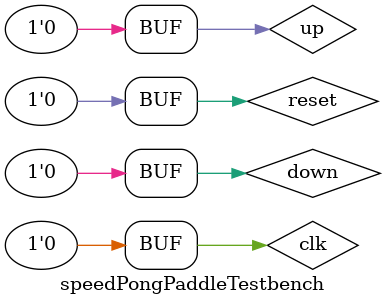
<source format=sv>

module speedPongPaddleTestbench();
	// Internal logic, enough to test.
	logic clk, reset;
	logic up, down;
	logic [9:0] y1, y2;
	// Device under test (dut)
	paddle dut(clk, y1, y2, up, down, reset);
	// Clock declaration;
	always
		begin
			clk = 1'b1; #5; clk = 1'b0; #5;
		end
	// Testing up/down controls
	// to make sure y coordinates change.
	initial
		begin	
			reset = 1'b1; #50;
			reset = 1'b0; #50;
			up = 1'b1; #200;
			up = 1'b0; #100;
			down = 1'b1; #300;
			down = 1'b0; #100;
			reset = 1'b1; #50;
			reset = 1'b0; #50;
		end
endmodule
</source>
